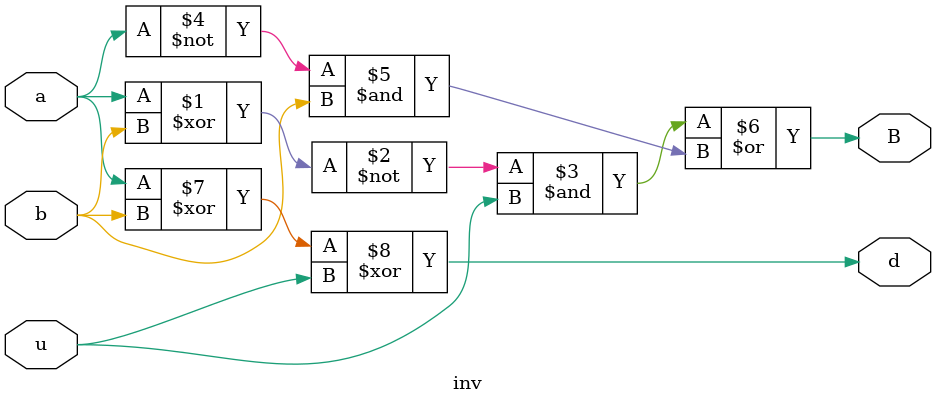
<source format=v>
`timescale 1ns / 1ps


module inv(
    input a,
    input b,
    input u,
    output d,
    output B
    );
assign B = ((~(a^b)) & u) | ((~a)&b);
assign d = (a ^ b) ^ u;
endmodule

</source>
